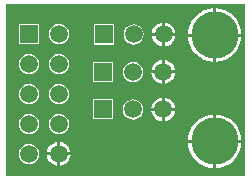
<source format=gtl>
G04*
G04 #@! TF.GenerationSoftware,Altium Limited,Altium Designer,19.1.5 (86)*
G04*
G04 Layer_Physical_Order=1*
G04 Layer_Color=255*
%FSLAX25Y25*%
%MOIN*%
G70*
G01*
G75*
%ADD15C,0.15748*%
%ADD16C,0.05906*%
%ADD17R,0.05906X0.05906*%
%ADD18R,0.05906X0.05906*%
G36*
X461614Y409449D02*
X381890D01*
Y466535D01*
X461614D01*
Y409449D01*
D02*
G37*
%LPC*%
G36*
X434949Y460456D02*
Y457035D01*
X438370D01*
X438300Y457567D01*
X437901Y458529D01*
X437268Y459354D01*
X436442Y459988D01*
X435481Y460386D01*
X434949Y460456D01*
D02*
G37*
G36*
X433949D02*
X433417Y460386D01*
X432455Y459988D01*
X431630Y459354D01*
X430996Y458529D01*
X430598Y457567D01*
X430528Y457035D01*
X433949D01*
Y460456D01*
D02*
G37*
G36*
X451957Y465212D02*
Y456844D01*
X460324D01*
X460202Y458084D01*
X459695Y459757D01*
X458871Y461298D01*
X457762Y462650D01*
X456411Y463759D01*
X454869Y464583D01*
X453196Y465090D01*
X451957Y465212D01*
D02*
G37*
G36*
X450957D02*
X449717Y465090D01*
X448044Y464583D01*
X446503Y463759D01*
X445151Y462650D01*
X444042Y461298D01*
X443219Y459757D01*
X442711Y458084D01*
X442589Y456844D01*
X450957D01*
Y465212D01*
D02*
G37*
G36*
X392861Y460068D02*
X386155D01*
Y453363D01*
X392861D01*
Y460068D01*
D02*
G37*
G36*
X399508Y460097D02*
X398633Y459982D01*
X397817Y459644D01*
X397117Y459107D01*
X396579Y458406D01*
X396241Y457591D01*
X396126Y456715D01*
X396241Y455840D01*
X396579Y455025D01*
X397117Y454324D01*
X397817Y453787D01*
X398633Y453449D01*
X399508Y453334D01*
X400383Y453449D01*
X401199Y453787D01*
X401899Y454324D01*
X402436Y455025D01*
X402774Y455840D01*
X402889Y456715D01*
X402774Y457591D01*
X402436Y458406D01*
X401899Y459107D01*
X401199Y459644D01*
X400383Y459982D01*
X399508Y460097D01*
D02*
G37*
G36*
X417802Y459888D02*
X411096D01*
Y453183D01*
X417802D01*
Y459888D01*
D02*
G37*
G36*
X424449Y459917D02*
X423574Y459802D01*
X422758Y459464D01*
X422058Y458927D01*
X421520Y458226D01*
X421182Y457411D01*
X421067Y456535D01*
X421182Y455660D01*
X421520Y454845D01*
X422058Y454144D01*
X422758Y453607D01*
X423574Y453269D01*
X424449Y453154D01*
X425324Y453269D01*
X426140Y453607D01*
X426840Y454144D01*
X427377Y454845D01*
X427715Y455660D01*
X427831Y456535D01*
X427715Y457411D01*
X427377Y458226D01*
X426840Y458927D01*
X426140Y459464D01*
X425324Y459802D01*
X424449Y459917D01*
D02*
G37*
G36*
X438370Y456035D02*
X434949D01*
Y452614D01*
X435481Y452684D01*
X436442Y453083D01*
X437268Y453716D01*
X437901Y454542D01*
X438300Y455504D01*
X438370Y456035D01*
D02*
G37*
G36*
X433949D02*
X430528D01*
X430598Y455504D01*
X430996Y454542D01*
X431630Y453716D01*
X432455Y453083D01*
X433417Y452684D01*
X433949Y452614D01*
Y456035D01*
D02*
G37*
G36*
X460324Y455844D02*
X451957D01*
Y447477D01*
X453196Y447599D01*
X454869Y448106D01*
X456411Y448930D01*
X457762Y450039D01*
X458871Y451390D01*
X459695Y452932D01*
X460202Y454605D01*
X460324Y455844D01*
D02*
G37*
G36*
X450957D02*
X442589D01*
X442711Y454605D01*
X443219Y452932D01*
X444042Y451390D01*
X445151Y450039D01*
X446503Y448930D01*
X448044Y448106D01*
X449717Y447599D01*
X450957Y447477D01*
Y455844D01*
D02*
G37*
G36*
X434791Y447959D02*
Y444538D01*
X438212D01*
X438142Y445070D01*
X437744Y446032D01*
X437111Y446858D01*
X436285Y447491D01*
X435323Y447889D01*
X434791Y447959D01*
D02*
G37*
G36*
X433791D02*
X433259Y447889D01*
X432298Y447491D01*
X431472Y446858D01*
X430839Y446032D01*
X430440Y445070D01*
X430370Y444538D01*
X433791D01*
Y447959D01*
D02*
G37*
G36*
X399508Y450097D02*
X398633Y449982D01*
X397817Y449644D01*
X397117Y449107D01*
X396579Y448406D01*
X396241Y447591D01*
X396126Y446715D01*
X396241Y445840D01*
X396579Y445025D01*
X397117Y444324D01*
X397817Y443787D01*
X398633Y443449D01*
X399508Y443334D01*
X400383Y443449D01*
X401199Y443787D01*
X401899Y444324D01*
X402436Y445025D01*
X402774Y445840D01*
X402889Y446715D01*
X402774Y447591D01*
X402436Y448406D01*
X401899Y449107D01*
X401199Y449644D01*
X400383Y449982D01*
X399508Y450097D01*
D02*
G37*
G36*
X389508D02*
X388633Y449982D01*
X387817Y449644D01*
X387117Y449107D01*
X386579Y448406D01*
X386241Y447591D01*
X386126Y446715D01*
X386241Y445840D01*
X386579Y445025D01*
X387117Y444324D01*
X387817Y443787D01*
X388633Y443449D01*
X389508Y443334D01*
X390383Y443449D01*
X391199Y443787D01*
X391899Y444324D01*
X392437Y445025D01*
X392774Y445840D01*
X392889Y446715D01*
X392774Y447591D01*
X392437Y448406D01*
X391899Y449107D01*
X391199Y449644D01*
X390383Y449982D01*
X389508Y450097D01*
D02*
G37*
G36*
X417644Y447391D02*
X410939D01*
Y440686D01*
X417644D01*
Y447391D01*
D02*
G37*
G36*
X424291Y447420D02*
X423416Y447305D01*
X422601Y446967D01*
X421900Y446430D01*
X421363Y445729D01*
X421025Y444914D01*
X420910Y444038D01*
X421025Y443163D01*
X421363Y442347D01*
X421900Y441647D01*
X422601Y441110D01*
X423416Y440772D01*
X424291Y440657D01*
X425167Y440772D01*
X425982Y441110D01*
X426683Y441647D01*
X427220Y442347D01*
X427558Y443163D01*
X427673Y444038D01*
X427558Y444914D01*
X427220Y445729D01*
X426683Y446430D01*
X425982Y446967D01*
X425167Y447305D01*
X424291Y447420D01*
D02*
G37*
G36*
X438212Y443538D02*
X434791D01*
Y440117D01*
X435323Y440187D01*
X436285Y440586D01*
X437111Y441219D01*
X437744Y442045D01*
X438142Y443007D01*
X438212Y443538D01*
D02*
G37*
G36*
X433791D02*
X430370D01*
X430440Y443007D01*
X430839Y442045D01*
X431472Y441219D01*
X432298Y440586D01*
X433259Y440187D01*
X433791Y440117D01*
Y443538D01*
D02*
G37*
G36*
X399508Y440097D02*
X398633Y439982D01*
X397817Y439644D01*
X397117Y439107D01*
X396579Y438406D01*
X396241Y437591D01*
X396126Y436716D01*
X396241Y435840D01*
X396579Y435025D01*
X397117Y434324D01*
X397817Y433787D01*
X398633Y433449D01*
X399508Y433334D01*
X400383Y433449D01*
X401199Y433787D01*
X401899Y434324D01*
X402436Y435025D01*
X402774Y435840D01*
X402889Y436716D01*
X402774Y437591D01*
X402436Y438406D01*
X401899Y439107D01*
X401199Y439644D01*
X400383Y439982D01*
X399508Y440097D01*
D02*
G37*
G36*
X389508D02*
X388633Y439982D01*
X387817Y439644D01*
X387117Y439107D01*
X386579Y438406D01*
X386241Y437591D01*
X386126Y436716D01*
X386241Y435840D01*
X386579Y435025D01*
X387117Y434324D01*
X387817Y433787D01*
X388633Y433449D01*
X389508Y433334D01*
X390383Y433449D01*
X391199Y433787D01*
X391899Y434324D01*
X392437Y435025D01*
X392774Y435840D01*
X392889Y436716D01*
X392774Y437591D01*
X392437Y438406D01*
X391899Y439107D01*
X391199Y439644D01*
X390383Y439982D01*
X389508Y440097D01*
D02*
G37*
G36*
X434791Y435462D02*
Y432041D01*
X438212D01*
X438142Y432573D01*
X437744Y433535D01*
X437111Y434360D01*
X436285Y434994D01*
X435323Y435392D01*
X434791Y435462D01*
D02*
G37*
G36*
X433791D02*
X433259Y435392D01*
X432298Y434994D01*
X431472Y434360D01*
X430839Y433535D01*
X430440Y432573D01*
X430370Y432041D01*
X433791D01*
Y435462D01*
D02*
G37*
G36*
X417644Y434894D02*
X410939D01*
Y428189D01*
X417644D01*
Y434894D01*
D02*
G37*
G36*
X424291Y434923D02*
X423416Y434808D01*
X422601Y434470D01*
X421900Y433932D01*
X421363Y433232D01*
X421025Y432416D01*
X420910Y431541D01*
X421025Y430666D01*
X421363Y429850D01*
X421900Y429150D01*
X422601Y428613D01*
X423416Y428275D01*
X424291Y428160D01*
X425167Y428275D01*
X425982Y428613D01*
X426683Y429150D01*
X427220Y429850D01*
X427558Y430666D01*
X427673Y431541D01*
X427558Y432416D01*
X427220Y433232D01*
X426683Y433932D01*
X425982Y434470D01*
X425167Y434808D01*
X424291Y434923D01*
D02*
G37*
G36*
X438212Y431041D02*
X434791D01*
Y427620D01*
X435323Y427690D01*
X436285Y428089D01*
X437111Y428722D01*
X437744Y429548D01*
X438142Y430509D01*
X438212Y431041D01*
D02*
G37*
G36*
X433791D02*
X430370D01*
X430440Y430509D01*
X430839Y429548D01*
X431472Y428722D01*
X432298Y428089D01*
X433259Y427690D01*
X433791Y427620D01*
Y431041D01*
D02*
G37*
G36*
X399508Y430097D02*
X398633Y429982D01*
X397817Y429644D01*
X397117Y429107D01*
X396579Y428406D01*
X396241Y427591D01*
X396126Y426716D01*
X396241Y425840D01*
X396579Y425025D01*
X397117Y424324D01*
X397817Y423787D01*
X398633Y423449D01*
X399508Y423334D01*
X400383Y423449D01*
X401199Y423787D01*
X401899Y424324D01*
X402436Y425025D01*
X402774Y425840D01*
X402889Y426716D01*
X402774Y427591D01*
X402436Y428406D01*
X401899Y429107D01*
X401199Y429644D01*
X400383Y429982D01*
X399508Y430097D01*
D02*
G37*
G36*
X389508D02*
X388633Y429982D01*
X387817Y429644D01*
X387117Y429107D01*
X386579Y428406D01*
X386241Y427591D01*
X386126Y426716D01*
X386241Y425840D01*
X386579Y425025D01*
X387117Y424324D01*
X387817Y423787D01*
X388633Y423449D01*
X389508Y423334D01*
X390383Y423449D01*
X391199Y423787D01*
X391899Y424324D01*
X392437Y425025D01*
X392774Y425840D01*
X392889Y426716D01*
X392774Y427591D01*
X392437Y428406D01*
X391899Y429107D01*
X391199Y429644D01*
X390383Y429982D01*
X389508Y430097D01*
D02*
G37*
G36*
X451957Y429779D02*
Y421411D01*
X460324D01*
X460202Y422651D01*
X459695Y424324D01*
X458871Y425865D01*
X457762Y427217D01*
X456411Y428326D01*
X454869Y429149D01*
X453196Y429657D01*
X451957Y429779D01*
D02*
G37*
G36*
X450957D02*
X449717Y429657D01*
X448044Y429149D01*
X446503Y428326D01*
X445151Y427217D01*
X444042Y425865D01*
X443219Y424324D01*
X442711Y422651D01*
X442589Y421411D01*
X450957D01*
Y429779D01*
D02*
G37*
G36*
X400008Y420637D02*
Y417215D01*
X403429D01*
X403359Y417747D01*
X402961Y418709D01*
X402327Y419535D01*
X401501Y420168D01*
X400540Y420567D01*
X400008Y420637D01*
D02*
G37*
G36*
X399008Y420637D02*
X398476Y420567D01*
X397514Y420168D01*
X396689Y419535D01*
X396055Y418709D01*
X395657Y417747D01*
X395587Y417215D01*
X399008D01*
Y420637D01*
D02*
G37*
G36*
X389508Y420097D02*
X388633Y419982D01*
X387817Y419644D01*
X387117Y419107D01*
X386579Y418406D01*
X386241Y417591D01*
X386126Y416715D01*
X386241Y415840D01*
X386579Y415025D01*
X387117Y414324D01*
X387817Y413787D01*
X388633Y413449D01*
X389508Y413334D01*
X390383Y413449D01*
X391199Y413787D01*
X391899Y414324D01*
X392437Y415025D01*
X392774Y415840D01*
X392889Y416715D01*
X392774Y417591D01*
X392437Y418406D01*
X391899Y419107D01*
X391199Y419644D01*
X390383Y419982D01*
X389508Y420097D01*
D02*
G37*
G36*
X399008Y416216D02*
X395587D01*
X395657Y415684D01*
X396055Y414722D01*
X396689Y413896D01*
X397514Y413263D01*
X398476Y412864D01*
X399008Y412794D01*
Y416216D01*
D02*
G37*
G36*
X403429D02*
X400008D01*
Y412794D01*
X400540Y412864D01*
X401501Y413263D01*
X402327Y413896D01*
X402961Y414722D01*
X403359Y415684D01*
X403429Y416216D01*
D02*
G37*
G36*
X460324Y420411D02*
X451957D01*
Y412044D01*
X453196Y412166D01*
X454869Y412673D01*
X456411Y413497D01*
X457762Y414606D01*
X458871Y415957D01*
X459695Y417499D01*
X460202Y419172D01*
X460324Y420411D01*
D02*
G37*
G36*
X450957D02*
X442589D01*
X442711Y419172D01*
X443219Y417499D01*
X444042Y415957D01*
X445151Y414606D01*
X446503Y413497D01*
X448044Y412673D01*
X449717Y412166D01*
X450957Y412044D01*
Y420411D01*
D02*
G37*
%LPD*%
D15*
X451457Y420911D02*
D03*
Y456344D02*
D03*
D16*
X424449Y456535D02*
D03*
X434449D02*
D03*
X399508Y416715D02*
D03*
X389508D02*
D03*
X399508Y426716D02*
D03*
X389508D02*
D03*
X399508Y436716D02*
D03*
X389508D02*
D03*
X399508Y446715D02*
D03*
X389508D02*
D03*
X399508Y456715D02*
D03*
X424291Y444038D02*
D03*
X434291D02*
D03*
X424291Y431541D02*
D03*
X434291D02*
D03*
D17*
X414449Y456535D02*
D03*
X414291Y444038D02*
D03*
Y431541D02*
D03*
D18*
X389508Y456715D02*
D03*
M02*

</source>
